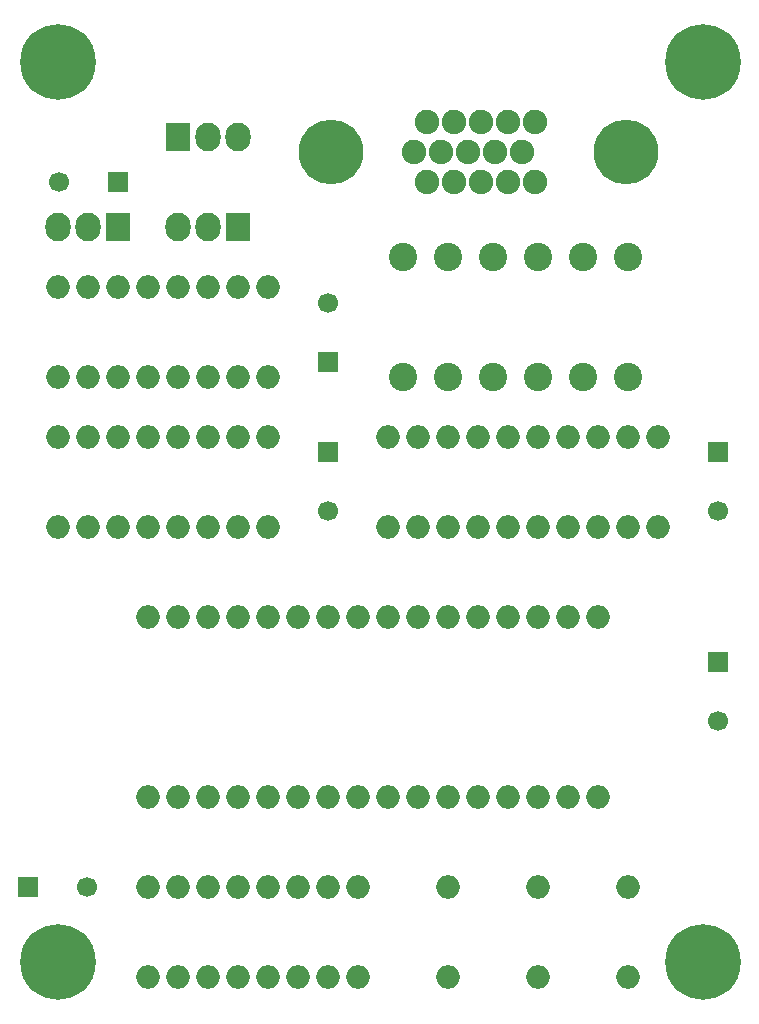
<source format=gbs>
G04 #@! TF.FileFunction,Soldermask,Bot*
%FSLAX46Y46*%
G04 Gerber Fmt 4.6, Leading zero omitted, Abs format (unit mm)*
G04 Created by KiCad (PCBNEW 4.0.1-stable) date Saturday, 19 March 2016 'pmt' 12:13:33*
%MOMM*%
G01*
G04 APERTURE LIST*
%ADD10C,0.100000*%
%ADD11O,2.000000X2.000000*%
%ADD12C,6.399480*%
%ADD13R,1.700000X1.700000*%
%ADD14C,1.700000*%
%ADD15C,2.398980*%
%ADD16R,2.127200X2.432000*%
%ADD17O,2.127200X2.432000*%
%ADD18C,2.076400*%
%ADD19C,5.480000*%
G04 APERTURE END LIST*
D10*
D11*
X148590000Y-114300000D03*
X148590000Y-106680000D03*
X156210000Y-106680000D03*
X140970000Y-106680000D03*
X140970000Y-114300000D03*
X156210000Y-114300000D03*
D12*
X162560000Y-113030000D03*
X107950000Y-113030000D03*
X107950000Y-36830000D03*
D13*
X113030000Y-46990000D03*
D14*
X108030000Y-46990000D03*
D11*
X133350000Y-106680000D03*
X130810000Y-106680000D03*
X128270000Y-106680000D03*
X125730000Y-106680000D03*
X123190000Y-106680000D03*
X120650000Y-106680000D03*
X118110000Y-106680000D03*
X115570000Y-106680000D03*
X115570000Y-114300000D03*
X118110000Y-114300000D03*
X120650000Y-114300000D03*
X123190000Y-114300000D03*
X125730000Y-114300000D03*
X128270000Y-114300000D03*
X130810000Y-114300000D03*
X133350000Y-114300000D03*
X107950000Y-76200000D03*
X110490000Y-76200000D03*
X113030000Y-76200000D03*
X115570000Y-76200000D03*
X118110000Y-76200000D03*
X120650000Y-76200000D03*
X123190000Y-76200000D03*
X125730000Y-76200000D03*
X125730000Y-68580000D03*
X123190000Y-68580000D03*
X120650000Y-68580000D03*
X118110000Y-68580000D03*
X115570000Y-68580000D03*
X113030000Y-68580000D03*
X110490000Y-68580000D03*
X107950000Y-68580000D03*
X125730000Y-55880000D03*
X123190000Y-55880000D03*
X120650000Y-55880000D03*
X118110000Y-55880000D03*
X115570000Y-55880000D03*
X113030000Y-55880000D03*
X110490000Y-55880000D03*
X107950000Y-55880000D03*
X107950000Y-63500000D03*
X110490000Y-63500000D03*
X113030000Y-63500000D03*
X115570000Y-63500000D03*
X118110000Y-63500000D03*
X120650000Y-63500000D03*
X123190000Y-63500000D03*
X125730000Y-63500000D03*
X135890000Y-76200000D03*
X138430000Y-76200000D03*
X140970000Y-76200000D03*
X143510000Y-76200000D03*
X146050000Y-76200000D03*
X148590000Y-76200000D03*
X151130000Y-76200000D03*
X153670000Y-76200000D03*
X156210000Y-76200000D03*
X158750000Y-76200000D03*
X158750000Y-68580000D03*
X156210000Y-68580000D03*
X153670000Y-68580000D03*
X151130000Y-68580000D03*
X148590000Y-68580000D03*
X146050000Y-68580000D03*
X143510000Y-68580000D03*
X140970000Y-68580000D03*
X138430000Y-68580000D03*
X135890000Y-68580000D03*
D15*
X137160000Y-53340000D03*
X137160000Y-63500000D03*
X144780000Y-53340000D03*
X144780000Y-63500000D03*
X152400000Y-53340000D03*
X152400000Y-63500000D03*
X140970000Y-53340000D03*
X140970000Y-63500000D03*
X148590000Y-53340000D03*
X148590000Y-63500000D03*
X156210000Y-53340000D03*
X156210000Y-63500000D03*
D11*
X115570000Y-99060000D03*
X118110000Y-99060000D03*
X120650000Y-99060000D03*
X123190000Y-99060000D03*
X125730000Y-99060000D03*
X128270000Y-99060000D03*
X130810000Y-99060000D03*
X133350000Y-99060000D03*
X135890000Y-99060000D03*
X138430000Y-99060000D03*
X140970000Y-99060000D03*
X143510000Y-99060000D03*
X146050000Y-99060000D03*
X148590000Y-99060000D03*
X151130000Y-99060000D03*
X153670000Y-99060000D03*
X153670000Y-83820000D03*
X151130000Y-83820000D03*
X148590000Y-83820000D03*
X146050000Y-83820000D03*
X143510000Y-83820000D03*
X140970000Y-83820000D03*
X138430000Y-83820000D03*
X135890000Y-83820000D03*
X133350000Y-83820000D03*
X130810000Y-83820000D03*
X128270000Y-83820000D03*
X125730000Y-83820000D03*
X123190000Y-83820000D03*
X120650000Y-83820000D03*
X118110000Y-83820000D03*
X115570000Y-83820000D03*
D13*
X105410000Y-106680000D03*
D14*
X110410000Y-106680000D03*
D13*
X130810000Y-69850000D03*
D14*
X130810000Y-74850000D03*
D13*
X130810000Y-62230000D03*
D14*
X130810000Y-57230000D03*
D13*
X163830000Y-87630000D03*
D14*
X163830000Y-92630000D03*
D13*
X163830000Y-69850000D03*
D14*
X163830000Y-74850000D03*
D16*
X123190000Y-50800000D03*
D17*
X120650000Y-50800000D03*
X118110000Y-50800000D03*
D16*
X113030000Y-50800000D03*
D17*
X110490000Y-50800000D03*
X107950000Y-50800000D03*
D12*
X162560000Y-36830000D03*
D16*
X118110000Y-43180000D03*
D17*
X120650000Y-43180000D03*
X123190000Y-43180000D03*
D18*
X139192000Y-46990000D03*
X141478000Y-46990000D03*
X143764000Y-46990000D03*
X146050000Y-46990000D03*
X148336000Y-46990000D03*
X138049000Y-44450000D03*
X140335000Y-44450000D03*
X142621000Y-44450000D03*
X144907000Y-44450000D03*
X147193000Y-44450000D03*
X139192000Y-41910000D03*
X141478000Y-41910000D03*
X143764000Y-41910000D03*
X146050000Y-41910000D03*
X148336000Y-41910000D03*
D19*
X131013200Y-44450000D03*
X156006800Y-44450000D03*
M02*

</source>
